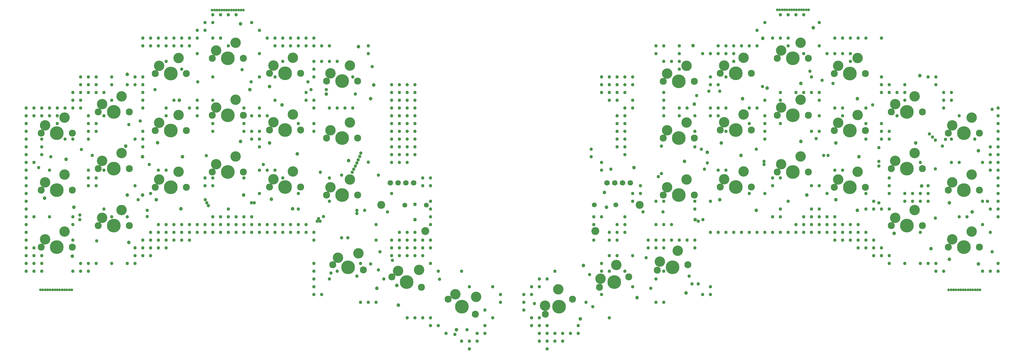
<source format=gts>
G04 #@! TF.GenerationSoftware,KiCad,Pcbnew,8.0.1*
G04 #@! TF.CreationDate,2024-05-18T22:20:22+02:00*
G04 #@! TF.ProjectId,cornia,636f726e-6961-42e6-9b69-6361645f7063,3.0.1*
G04 #@! TF.SameCoordinates,Original*
G04 #@! TF.FileFunction,Soldermask,Top*
G04 #@! TF.FilePolarity,Negative*
%FSLAX46Y46*%
G04 Gerber Fmt 4.6, Leading zero omitted, Abs format (unit mm)*
G04 Created by KiCad (PCBNEW 8.0.1) date 2024-05-18 22:20:22*
%MOMM*%
%LPD*%
G01*
G04 APERTURE LIST*
%ADD10C,1.600000*%
%ADD11C,1.800000*%
%ADD12C,2.600000*%
%ADD13C,0.900000*%
%ADD14C,2.300000*%
%ADD15C,3.400000*%
%ADD16C,4.500000*%
%ADD17C,1.100000*%
%ADD18C,1.200000*%
G04 APERTURE END LIST*
D10*
X176786500Y-117541500D03*
X169786500Y-117541500D03*
D11*
X165027500Y-110280000D03*
X167567500Y-110280000D03*
X170107500Y-110280000D03*
X172647500Y-110280000D03*
D10*
X231650500Y-117525000D03*
X238650500Y-117525000D03*
D11*
X235797500Y-110280000D03*
X238337500Y-110280000D03*
X240877500Y-110280000D03*
X243417500Y-110280000D03*
D12*
X162021500Y-117503500D03*
X176453500Y-126024500D03*
D13*
X56225395Y-145272895D03*
X57017062Y-145272895D03*
X57808728Y-145272895D03*
X58600395Y-145272895D03*
X59392062Y-145272895D03*
X60183728Y-145272895D03*
X60975395Y-145272895D03*
X112307500Y-53780000D03*
X113099167Y-53780000D03*
X113890833Y-53780000D03*
X114682500Y-53780000D03*
X115474167Y-53780000D03*
X116265833Y-53780000D03*
X117057500Y-53780000D03*
X291417062Y-53772895D03*
X292208729Y-53772895D03*
X293000395Y-53772895D03*
X293792062Y-53772895D03*
X294583729Y-53772895D03*
X295375395Y-53772895D03*
X296167062Y-53772895D03*
X347417062Y-145272895D03*
X348208729Y-145272895D03*
X349000395Y-145272895D03*
X349792062Y-145272895D03*
X350583729Y-145272895D03*
X351375395Y-145272895D03*
X352167062Y-145272895D03*
X352925395Y-145272895D03*
X353717062Y-145272895D03*
X354508728Y-145272895D03*
X355300395Y-145272895D03*
X356092062Y-145272895D03*
X356883728Y-145272895D03*
X357675395Y-145272895D03*
X296925395Y-53772895D03*
X297717062Y-53772895D03*
X298508728Y-53772895D03*
X299300395Y-53772895D03*
X300092062Y-53772895D03*
X300883728Y-53772895D03*
X301675395Y-53772895D03*
X106799167Y-53780000D03*
X107590834Y-53780000D03*
X108382500Y-53780000D03*
X109174167Y-53780000D03*
X109965834Y-53780000D03*
X110757500Y-53780000D03*
X111549167Y-53780000D03*
X50717062Y-145272895D03*
X51508729Y-145272895D03*
X52300395Y-145272895D03*
X53092062Y-145272895D03*
X53883729Y-145272895D03*
X54675395Y-145272895D03*
X55467062Y-145272895D03*
D14*
X79779500Y-87054500D03*
D15*
X77239500Y-81974500D03*
D16*
X74699500Y-87054500D03*
D15*
X70889500Y-84514500D03*
D14*
X69619500Y-87054500D03*
X98419500Y-74554500D03*
D15*
X95879500Y-69474500D03*
D16*
X93339500Y-74554500D03*
D15*
X89529500Y-72014500D03*
D14*
X88259500Y-74554500D03*
X117059500Y-69554500D03*
D15*
X114519500Y-64474500D03*
D16*
X111979500Y-69554500D03*
D15*
X108169500Y-67014500D03*
D14*
X106899500Y-69554500D03*
X135699500Y-74454500D03*
D15*
X133159500Y-69374500D03*
D16*
X130619500Y-74454500D03*
D15*
X126809500Y-71914500D03*
D14*
X125539500Y-74454500D03*
X61139500Y-112654500D03*
D15*
X58599500Y-107574500D03*
D16*
X56059500Y-112654500D03*
D15*
X52249500Y-110114500D03*
D14*
X50979500Y-112654500D03*
X79779500Y-105654500D03*
D15*
X77239500Y-100574500D03*
D16*
X74699500Y-105654500D03*
D15*
X70889500Y-103114500D03*
D14*
X69619500Y-105654500D03*
X98419500Y-93154500D03*
D15*
X95879500Y-88074500D03*
D16*
X93339500Y-93154500D03*
D15*
X89529500Y-90614500D03*
D14*
X88259500Y-93154500D03*
X117059500Y-88154500D03*
D15*
X114519500Y-83074500D03*
D16*
X111979500Y-88154500D03*
D15*
X108169500Y-85614500D03*
D14*
X106899500Y-88154500D03*
X135699500Y-93054500D03*
D15*
X133159500Y-87974500D03*
D16*
X130619500Y-93054500D03*
D15*
X126809500Y-90514500D03*
D14*
X125539500Y-93054500D03*
X154339500Y-95654500D03*
D15*
X151799500Y-90574500D03*
D16*
X149259500Y-95654500D03*
D15*
X145449500Y-93114500D03*
D14*
X144179500Y-95654500D03*
X61139500Y-131254500D03*
D15*
X58599500Y-126174500D03*
D16*
X56059500Y-131254500D03*
D15*
X52249500Y-128714500D03*
D14*
X50979500Y-131254500D03*
X79779500Y-124254500D03*
D15*
X77239500Y-119174500D03*
D16*
X74699500Y-124254500D03*
D15*
X70889500Y-121714500D03*
D14*
X69619500Y-124254500D03*
X98419500Y-111754500D03*
D15*
X95879500Y-106674500D03*
D16*
X93339500Y-111754500D03*
D15*
X89529500Y-109214500D03*
D14*
X88259500Y-111754500D03*
X117059500Y-106754500D03*
D15*
X114519500Y-101674500D03*
D16*
X111979500Y-106754500D03*
D15*
X108169500Y-104214500D03*
D14*
X106899500Y-106754500D03*
X135699500Y-111654500D03*
D15*
X133159500Y-106574500D03*
D16*
X130619500Y-111654500D03*
D15*
X126809500Y-109114500D03*
D14*
X125539500Y-111654500D03*
X154339500Y-114254500D03*
D15*
X151799500Y-109174500D03*
D16*
X149259500Y-114254500D03*
D15*
X145449500Y-111714500D03*
D14*
X144179500Y-114254500D03*
X156235298Y-138781285D03*
D15*
X154599874Y-133342224D03*
D16*
X151229879Y-137914000D03*
D15*
X147909458Y-134760827D03*
D14*
X146224460Y-137046715D03*
X175143508Y-144405523D03*
D15*
X174428217Y-138771133D03*
D16*
X170349879Y-142724000D03*
D15*
X167595419Y-139066043D03*
D14*
X165556250Y-141042477D03*
X192809856Y-153223639D03*
D15*
X193034317Y-147548464D03*
D16*
X188359500Y-150774000D03*
D15*
X186246553Y-146711593D03*
D14*
X183909144Y-148324361D03*
X224577356Y-148325611D03*
D15*
X219902539Y-145100074D03*
D16*
X220127000Y-150775250D03*
D15*
X215564413Y-150387301D03*
D14*
X215676644Y-153224889D03*
X301587500Y-106755000D03*
D15*
X299047500Y-101675000D03*
D16*
X296507500Y-106755000D03*
D15*
X292697500Y-104215000D03*
D14*
X291427500Y-106755000D03*
X282947500Y-111655000D03*
D15*
X280407500Y-106575000D03*
D16*
X277867500Y-111655000D03*
D15*
X274057500Y-109115000D03*
D14*
X272787500Y-111655000D03*
X264307500Y-114255000D03*
D15*
X261767500Y-109175000D03*
D16*
X259227500Y-114255000D03*
D15*
X255417500Y-111715000D03*
D14*
X254147500Y-114255000D03*
X262262316Y-137046770D03*
D15*
X258892321Y-132474994D03*
D16*
X257256897Y-137914055D03*
D15*
X253069190Y-136061810D03*
D14*
X252251478Y-138781340D03*
X242930519Y-141043389D03*
D15*
X238852181Y-137090521D03*
D16*
X238136890Y-142724912D03*
D15*
X233700907Y-141589240D03*
D14*
X233343261Y-144406435D03*
X301587500Y-69555000D03*
D15*
X299047500Y-64475000D03*
D16*
X296507500Y-69555000D03*
D15*
X292697500Y-67015000D03*
D14*
X291427500Y-69555000D03*
X282947500Y-74455000D03*
D15*
X280407500Y-69375000D03*
D16*
X277867500Y-74455000D03*
D15*
X274057500Y-71915000D03*
D14*
X272787500Y-74455000D03*
X357507500Y-112655000D03*
D15*
X354967500Y-107575000D03*
D16*
X352427500Y-112655000D03*
D15*
X348617500Y-110115000D03*
D14*
X347347500Y-112655000D03*
X320227500Y-74555000D03*
D15*
X317687500Y-69475000D03*
D16*
X315147500Y-74555000D03*
D15*
X311337500Y-72015000D03*
D14*
X310067500Y-74555000D03*
X338867500Y-105655000D03*
D15*
X336327500Y-100575000D03*
D16*
X333787500Y-105655000D03*
D15*
X329977500Y-103115000D03*
D14*
X328707500Y-105655000D03*
X338867500Y-124255000D03*
D15*
X336327500Y-119175000D03*
D16*
X333787500Y-124255000D03*
D15*
X329977500Y-121715000D03*
D14*
X328707500Y-124255000D03*
X320227500Y-111755000D03*
D15*
X317687500Y-106675000D03*
D16*
X315147500Y-111755000D03*
D15*
X311337500Y-109215000D03*
D14*
X310067500Y-111755000D03*
X357507500Y-94055000D03*
D15*
X354967500Y-88975000D03*
D16*
X352427500Y-94055000D03*
D15*
X348617500Y-91515000D03*
D14*
X347347500Y-94055000D03*
X338867500Y-87055000D03*
D15*
X336327500Y-81975000D03*
D16*
X333787500Y-87055000D03*
D15*
X329977500Y-84515000D03*
D14*
X328707500Y-87055000D03*
X320227500Y-93155000D03*
D15*
X317687500Y-88075000D03*
D16*
X315147500Y-93155000D03*
D15*
X311337500Y-90615000D03*
D14*
X310067500Y-93155000D03*
X301587500Y-88155000D03*
D15*
X299047500Y-83075000D03*
D16*
X296507500Y-88155000D03*
D15*
X292697500Y-85615000D03*
D14*
X291427500Y-88155000D03*
X282947500Y-93055000D03*
D15*
X280407500Y-87975000D03*
D16*
X277867500Y-93055000D03*
D15*
X274057500Y-90515000D03*
D14*
X272787500Y-93055000D03*
X264307500Y-95655000D03*
D15*
X261767500Y-90575000D03*
D16*
X259227500Y-95655000D03*
D15*
X255417500Y-93115000D03*
D14*
X254147500Y-95655000D03*
X357507500Y-131255000D03*
D15*
X354967500Y-126175000D03*
D16*
X352427500Y-131255000D03*
D15*
X348617500Y-128715000D03*
D14*
X347347500Y-131255000D03*
X61139500Y-94054500D03*
D15*
X58599500Y-88974500D03*
D16*
X56059500Y-94054500D03*
D15*
X52249500Y-91514500D03*
D14*
X50979500Y-94054500D03*
D12*
X232031500Y-126040000D03*
X246463500Y-117519000D03*
D14*
X154339500Y-77054500D03*
D15*
X151799500Y-71974500D03*
D16*
X149259500Y-77054500D03*
D15*
X145449500Y-74514500D03*
D14*
X144179500Y-77054500D03*
X264300500Y-77060000D03*
D15*
X261760500Y-71980000D03*
D16*
X259220500Y-77060000D03*
D15*
X255410500Y-74520000D03*
D14*
X254140500Y-77060000D03*
D17*
X363530860Y-139120000D03*
X363530860Y-136580000D03*
X363530860Y-121340000D03*
X363530860Y-118800000D03*
X363530860Y-116260000D03*
X363530860Y-113720000D03*
X363530860Y-111180000D03*
X363530860Y-108640000D03*
X363530860Y-106100000D03*
X363530860Y-103560000D03*
X363530860Y-101020000D03*
X363530860Y-98480000D03*
X363530860Y-95940000D03*
X363530860Y-93400000D03*
X363530860Y-90860000D03*
X363530860Y-88320000D03*
X363530860Y-85780000D03*
X360990860Y-139120000D03*
X360990860Y-126420000D03*
X360990860Y-118800000D03*
X360990860Y-106100000D03*
X360990860Y-103560000D03*
X360990860Y-101020000D03*
X360990860Y-98480000D03*
X358450860Y-139120000D03*
X358450860Y-123880000D03*
X358450860Y-116260000D03*
X358450860Y-103560000D03*
X355910860Y-95940000D03*
X353370860Y-121340000D03*
X350830860Y-121340000D03*
X350830860Y-103560000D03*
X350830860Y-88320000D03*
X348290860Y-103560000D03*
X348290860Y-95940000D03*
X348290860Y-83240000D03*
X348290860Y-80700000D03*
X345750860Y-139120000D03*
X345750860Y-85780000D03*
X345750860Y-83240000D03*
X345750860Y-80700000D03*
X343210860Y-139120000D03*
X343210860Y-136580000D03*
X343210860Y-78160000D03*
X343210860Y-75620000D03*
X340670860Y-136580000D03*
X340670860Y-116260000D03*
X340670860Y-113720000D03*
X340670860Y-111180000D03*
X340670860Y-75620000D03*
X338130860Y-136580000D03*
X338130860Y-126420000D03*
X338130860Y-116260000D03*
X338130860Y-113720000D03*
X338130860Y-103560000D03*
X335590860Y-116260000D03*
X335590860Y-113720000D03*
X333050860Y-136580000D03*
X333050860Y-116260000D03*
X333050860Y-113720000D03*
X333050860Y-83240000D03*
X333050860Y-80700000D03*
X333050860Y-78160000D03*
X330510860Y-88320000D03*
X330510860Y-80700000D03*
X327970860Y-136580000D03*
X327970860Y-134040000D03*
X327970860Y-118800000D03*
X327970860Y-113720000D03*
X327970860Y-111180000D03*
X327970860Y-108640000D03*
X327970860Y-95940000D03*
X327970860Y-93400000D03*
X327970860Y-80700000D03*
X327970860Y-78160000D03*
X325430860Y-134040000D03*
X325430860Y-131500000D03*
X325430860Y-118800000D03*
X325430860Y-95940000D03*
X325430860Y-93400000D03*
X325430860Y-90860000D03*
X325430860Y-80700000D03*
X325430860Y-78160000D03*
X325430860Y-75620000D03*
X325430860Y-62920000D03*
X322890860Y-134040000D03*
X322890860Y-131500000D03*
X322890860Y-128960000D03*
X322890860Y-118800000D03*
X322890860Y-116260000D03*
X320350860Y-131500000D03*
X320350860Y-128960000D03*
X320350860Y-126420000D03*
X320350860Y-118800000D03*
X320350860Y-113720000D03*
X320350860Y-95940000D03*
X320350860Y-90860000D03*
X320350860Y-85780000D03*
X320350860Y-62920000D03*
X317810860Y-131500000D03*
X317810860Y-128960000D03*
X317810860Y-126420000D03*
X317810860Y-123880000D03*
X317810860Y-62920000D03*
X315270860Y-128960000D03*
X315270860Y-126420000D03*
X315270860Y-123880000D03*
X315270860Y-70540000D03*
X315270860Y-68000000D03*
X315270860Y-62920000D03*
X312730860Y-128960000D03*
X312730860Y-126420000D03*
X312730860Y-123880000D03*
X312730860Y-106100000D03*
X312730860Y-88320000D03*
X312730860Y-85780000D03*
X312730860Y-68000000D03*
X312730860Y-62920000D03*
X310190860Y-128960000D03*
X310190860Y-126420000D03*
X310190860Y-123880000D03*
X310190860Y-121340000D03*
X310190860Y-106100000D03*
X310190860Y-85780000D03*
X310190860Y-68000000D03*
X310190860Y-62920000D03*
X307650860Y-126420000D03*
X307650860Y-123880000D03*
X307650860Y-121340000D03*
X307650860Y-113720000D03*
X307650860Y-68000000D03*
X305110860Y-126420000D03*
X305110860Y-123880000D03*
X305110860Y-121340000D03*
X305110860Y-118800000D03*
X305110860Y-111180000D03*
X305110860Y-93400000D03*
X305110860Y-88320000D03*
X305110860Y-83240000D03*
X305110860Y-80700000D03*
X305110860Y-65460000D03*
X305110860Y-57840000D03*
X302570860Y-126420000D03*
X302570860Y-123880000D03*
X302570860Y-121340000D03*
X302570860Y-118800000D03*
X302570860Y-111180000D03*
X302570860Y-93400000D03*
X302570860Y-80700000D03*
X302570860Y-75620000D03*
X300030860Y-126420000D03*
X300030860Y-123880000D03*
X300030860Y-121340000D03*
X300030860Y-80700000D03*
X300030860Y-68000000D03*
X300030860Y-55300000D03*
X297490860Y-126420000D03*
X297490860Y-123880000D03*
X297490860Y-80700000D03*
X297490860Y-55300000D03*
X294950860Y-126420000D03*
X294950860Y-116260000D03*
X294950860Y-65460000D03*
X294950860Y-62920000D03*
X294950860Y-55300000D03*
X292410860Y-126420000D03*
X292410860Y-121340000D03*
X292410860Y-118800000D03*
X292410860Y-108640000D03*
X292410860Y-90860000D03*
X292410860Y-83240000D03*
X292410860Y-80700000D03*
X292410860Y-62920000D03*
X292410860Y-55300000D03*
X289870860Y-126420000D03*
X289870860Y-121340000D03*
X289870860Y-111180000D03*
X289870860Y-108640000D03*
X289870860Y-62920000D03*
X287330860Y-126420000D03*
X287330860Y-113720000D03*
X287330860Y-95940000D03*
X287330860Y-93400000D03*
X287330860Y-90860000D03*
X287330860Y-88320000D03*
X287330860Y-83240000D03*
X287330860Y-57840000D03*
X284790860Y-126420000D03*
X284790860Y-85780000D03*
X284790860Y-65460000D03*
X284790860Y-60380000D03*
X282250860Y-126420000D03*
X282250860Y-113720000D03*
X282250860Y-90860000D03*
X282250860Y-85780000D03*
X282250860Y-65460000D03*
X279710860Y-126420000D03*
X279710860Y-65460000D03*
X277170860Y-126420000D03*
X277170860Y-70540000D03*
X277170860Y-68000000D03*
X277170860Y-65460000D03*
X274630860Y-126420000D03*
X274630860Y-106100000D03*
X274630860Y-93400000D03*
X274630860Y-85780000D03*
X274630860Y-75620000D03*
X274630860Y-68000000D03*
X274630860Y-65460000D03*
X272090860Y-126420000D03*
X272090860Y-106100000D03*
X272090860Y-88320000D03*
X272090860Y-85780000D03*
X272090860Y-78160000D03*
X272090860Y-68000000D03*
X272090860Y-65460000D03*
X269550860Y-146740000D03*
X269550860Y-144200000D03*
X269550860Y-126420000D03*
X269550860Y-116260000D03*
X269550860Y-88320000D03*
X269550860Y-85780000D03*
X269550860Y-78160000D03*
X269550860Y-75620000D03*
X269550860Y-68000000D03*
X267010860Y-146740000D03*
X267010860Y-68000000D03*
X264470860Y-131500000D03*
X264470860Y-128960000D03*
X264470860Y-118800000D03*
X264470860Y-116260000D03*
X264470860Y-98480000D03*
X264470860Y-93400000D03*
X264470860Y-88320000D03*
X261930860Y-128960000D03*
X261930860Y-85780000D03*
X259390860Y-128960000D03*
X259390860Y-88320000D03*
X259390860Y-85780000D03*
X259390860Y-73080000D03*
X259390860Y-70540000D03*
X259390860Y-68000000D03*
X259390860Y-65460000D03*
X256850860Y-128960000D03*
X256850860Y-123880000D03*
X256850860Y-70540000D03*
X254310860Y-149280000D03*
X254310860Y-139120000D03*
X254310860Y-131500000D03*
X254310860Y-128960000D03*
X254310860Y-123880000D03*
X254310860Y-116260000D03*
X254310860Y-88320000D03*
X254310860Y-85780000D03*
X254310860Y-83240000D03*
X254310860Y-80700000D03*
X254310860Y-70540000D03*
X254310860Y-65460000D03*
X251770860Y-149280000D03*
X251770860Y-141660000D03*
X251770860Y-131500000D03*
X251770860Y-128960000D03*
X251770860Y-123880000D03*
X251770860Y-116260000D03*
X251770860Y-68000000D03*
X251770860Y-65460000D03*
X249230860Y-131500000D03*
X249230860Y-128960000D03*
X246690860Y-113720000D03*
X246690860Y-111180000D03*
X244150860Y-144200000D03*
X244150860Y-134040000D03*
X244150860Y-116260000D03*
X244150860Y-113720000D03*
X244150860Y-85780000D03*
X244150860Y-83240000D03*
X244150860Y-78160000D03*
X244150860Y-75620000D03*
X241610860Y-139120000D03*
X241610860Y-126420000D03*
X241610860Y-123880000D03*
X241610860Y-121340000D03*
X241610860Y-101020000D03*
X241610860Y-98480000D03*
X241610860Y-95940000D03*
X241610860Y-93400000D03*
X241610860Y-90860000D03*
X241610860Y-88320000D03*
X241610860Y-85780000D03*
X241610860Y-80700000D03*
X241610860Y-78160000D03*
X241610860Y-75620000D03*
X239070860Y-134040000D03*
X239070860Y-128960000D03*
X239070860Y-126420000D03*
X239070860Y-123880000D03*
X239070860Y-98480000D03*
X239070860Y-95940000D03*
X239070860Y-93400000D03*
X239070860Y-90860000D03*
X239070860Y-88320000D03*
X239070860Y-83240000D03*
X239070860Y-80700000D03*
X239070860Y-78160000D03*
X239070860Y-75620000D03*
X236530860Y-154360000D03*
X236530860Y-139120000D03*
X236530860Y-134040000D03*
X236530860Y-128960000D03*
X236530860Y-126420000D03*
X236530860Y-83240000D03*
X236530860Y-80700000D03*
X236530860Y-78160000D03*
X236530860Y-75620000D03*
X233990860Y-146740000D03*
X233990860Y-139120000D03*
X233990860Y-136580000D03*
X233990860Y-121340000D03*
X233990860Y-106100000D03*
X233990860Y-103560000D03*
X233990860Y-80700000D03*
X233990860Y-78160000D03*
X233990860Y-75620000D03*
X231450860Y-128960000D03*
X231450860Y-123880000D03*
X231450860Y-121340000D03*
X228910860Y-149280000D03*
X226370860Y-159440000D03*
X226370860Y-156900000D03*
X223830860Y-159440000D03*
X221290860Y-161980000D03*
X221290860Y-159440000D03*
X218750860Y-161980000D03*
X218750860Y-159440000D03*
X218750860Y-139120000D03*
X216210860Y-164520000D03*
X216210860Y-161980000D03*
X216210860Y-159440000D03*
X216210860Y-156900000D03*
X216210860Y-141660000D03*
X213670860Y-161980000D03*
X213670860Y-159440000D03*
X213670860Y-156900000D03*
X213670860Y-154360000D03*
X213670860Y-144200000D03*
X213670860Y-141660000D03*
X211130860Y-156900000D03*
X211130860Y-154360000D03*
X211130860Y-146740000D03*
X211130860Y-144200000D03*
X208590860Y-151820000D03*
X208590860Y-149280000D03*
X208590860Y-146740000D03*
X200970860Y-149280000D03*
X200970860Y-146740000D03*
X198430860Y-154360000D03*
X198430860Y-144200000D03*
X195890860Y-159440000D03*
X195890860Y-156900000D03*
X195890860Y-151820000D03*
X193350860Y-161980000D03*
X193350860Y-159440000D03*
X190810860Y-164520000D03*
X190810860Y-161980000D03*
X190810860Y-144200000D03*
X188270860Y-161980000D03*
X188270860Y-139120000D03*
X183190860Y-159440000D03*
X180650860Y-156900000D03*
X180650860Y-139120000D03*
X178110860Y-156900000D03*
X178110860Y-154360000D03*
X178110860Y-136580000D03*
X178110860Y-131500000D03*
X178110860Y-128960000D03*
X178110860Y-123880000D03*
X178110860Y-121340000D03*
X178110860Y-118800000D03*
X178110860Y-116260000D03*
X178110860Y-111180000D03*
X178110860Y-108640000D03*
X175570860Y-154360000D03*
X175570860Y-134040000D03*
X175570860Y-131500000D03*
X175570860Y-128960000D03*
X175570860Y-111180000D03*
X175570860Y-108640000D03*
X173030860Y-154360000D03*
X173030860Y-134040000D03*
X173030860Y-131500000D03*
X173030860Y-128960000D03*
X173030860Y-126420000D03*
X173030860Y-101020000D03*
X173030860Y-98480000D03*
X173030860Y-95940000D03*
X173030860Y-93400000D03*
X173030860Y-90860000D03*
X173030860Y-88320000D03*
X173030860Y-85780000D03*
X173030860Y-83240000D03*
X173030860Y-80700000D03*
X173030860Y-78160000D03*
X170490860Y-154360000D03*
X170490860Y-134040000D03*
X170490860Y-131500000D03*
X170490860Y-128960000D03*
X170490860Y-126420000D03*
X170490860Y-103560000D03*
X170490860Y-101020000D03*
X170490860Y-98480000D03*
X170490860Y-95940000D03*
X170490860Y-93400000D03*
X170490860Y-90860000D03*
X170490860Y-88320000D03*
X170490860Y-85780000D03*
X170490860Y-83240000D03*
X170490860Y-80700000D03*
X170490860Y-78160000D03*
X167950860Y-134040000D03*
X167950860Y-131500000D03*
X167950860Y-128960000D03*
X167950860Y-126420000D03*
X167950860Y-103560000D03*
X167950860Y-101020000D03*
X167950860Y-98480000D03*
X167950860Y-95940000D03*
X167950860Y-93400000D03*
X167950860Y-90860000D03*
X167950860Y-88320000D03*
X167950860Y-85780000D03*
X167950860Y-83240000D03*
X167950860Y-80700000D03*
X167950860Y-78160000D03*
X165410860Y-134040000D03*
X165410860Y-131500000D03*
X165410860Y-128960000D03*
X165410860Y-113720000D03*
X165410860Y-103560000D03*
X165410860Y-101020000D03*
X165410860Y-98480000D03*
X165410860Y-95940000D03*
X165410860Y-93400000D03*
X165410860Y-90860000D03*
X165410860Y-88320000D03*
X165410860Y-85780000D03*
X165410860Y-83240000D03*
X165410860Y-80700000D03*
X165410860Y-78160000D03*
X162870860Y-141660000D03*
X160330860Y-149280000D03*
X160330860Y-128960000D03*
X160330860Y-123880000D03*
X157790860Y-149280000D03*
X157790860Y-68000000D03*
X157790860Y-65460000D03*
X155250860Y-149280000D03*
X155250860Y-136580000D03*
X152710860Y-85780000D03*
X152710860Y-75620000D03*
X150170860Y-85780000D03*
X147630860Y-139120000D03*
X147630860Y-85780000D03*
X147630860Y-70540000D03*
X145090860Y-141660000D03*
X145090860Y-116260000D03*
X145090860Y-108640000D03*
X145090860Y-85780000D03*
X145090860Y-70540000D03*
X145090860Y-65460000D03*
X142550860Y-146740000D03*
X142550860Y-70540000D03*
X142550860Y-65460000D03*
X140010860Y-146740000D03*
X140010860Y-144200000D03*
X140010860Y-141660000D03*
X140010860Y-139120000D03*
X140010860Y-136580000D03*
X140010860Y-128960000D03*
X140010860Y-126420000D03*
X140010860Y-93400000D03*
X140010860Y-90860000D03*
X140010860Y-85780000D03*
X140010860Y-83240000D03*
X140010860Y-75620000D03*
X140010860Y-73080000D03*
X140010860Y-70540000D03*
X140010860Y-65460000D03*
X140010860Y-62920000D03*
X137470860Y-126420000D03*
X137470860Y-123880000D03*
X137470860Y-83240000D03*
X137470860Y-80700000D03*
X137470860Y-65460000D03*
X137470860Y-62920000D03*
X134930860Y-126420000D03*
X134930860Y-123880000D03*
X134930860Y-118800000D03*
X134930860Y-113720000D03*
X134930860Y-90860000D03*
X134930860Y-65460000D03*
X134930860Y-62920000D03*
X132390860Y-126420000D03*
X132390860Y-123880000D03*
X132390860Y-65460000D03*
X132390860Y-62920000D03*
X129850860Y-126420000D03*
X129850860Y-123880000D03*
X129850860Y-108640000D03*
X129850860Y-70540000D03*
X129850860Y-65460000D03*
X129850860Y-62920000D03*
X127310860Y-126420000D03*
X127310860Y-123880000D03*
X127310860Y-106100000D03*
X127310860Y-83240000D03*
X127310860Y-75620000D03*
X127310860Y-65460000D03*
X127310860Y-62920000D03*
X124770860Y-126420000D03*
X124770860Y-123880000D03*
X124770860Y-106100000D03*
X124770860Y-88320000D03*
X124770860Y-62920000D03*
X122230860Y-126420000D03*
X122230860Y-123880000D03*
X122230860Y-113720000D03*
X122230860Y-106100000D03*
X122230860Y-98480000D03*
X122230860Y-95940000D03*
X122230860Y-93400000D03*
X122230860Y-88320000D03*
X122230860Y-85780000D03*
X122230860Y-75620000D03*
X122230860Y-68000000D03*
X122230860Y-60380000D03*
X119690860Y-126420000D03*
X119690860Y-123880000D03*
X119690860Y-121340000D03*
X119690860Y-95940000D03*
X119690860Y-93400000D03*
X119690860Y-88320000D03*
X119690860Y-57840000D03*
X117150860Y-126420000D03*
X117150860Y-123880000D03*
X117150860Y-121340000D03*
X117150860Y-108640000D03*
X117150860Y-93400000D03*
X117150860Y-90860000D03*
X117150860Y-85780000D03*
X114610860Y-126420000D03*
X114610860Y-123880000D03*
X114610860Y-121340000D03*
X114610860Y-55300000D03*
X112070860Y-126420000D03*
X112070860Y-123880000D03*
X112070860Y-121340000D03*
X112070860Y-118800000D03*
X112070860Y-65460000D03*
X112070860Y-55300000D03*
X109530860Y-126420000D03*
X109530860Y-123880000D03*
X109530860Y-121340000D03*
X109530860Y-62920000D03*
X109530860Y-55300000D03*
X106990860Y-126420000D03*
X106990860Y-123880000D03*
X106990860Y-121340000D03*
X106990860Y-111180000D03*
X106990860Y-108640000D03*
X106990860Y-93400000D03*
X106990860Y-90860000D03*
X106990860Y-83240000D03*
X106990860Y-75620000D03*
X106990860Y-62920000D03*
X106990860Y-57840000D03*
X106990860Y-55300000D03*
X104450860Y-126420000D03*
X104450860Y-123880000D03*
X104450860Y-111180000D03*
X104450860Y-108640000D03*
X104450860Y-60380000D03*
X104450860Y-57840000D03*
X101910860Y-126420000D03*
X101910860Y-123880000D03*
X101910860Y-88320000D03*
X101910860Y-85780000D03*
X101910860Y-83240000D03*
X101910860Y-68000000D03*
X101910860Y-62920000D03*
X101910860Y-60380000D03*
X99370860Y-128960000D03*
X99370860Y-126420000D03*
X99370860Y-123880000D03*
X99370860Y-85780000D03*
X99370860Y-65460000D03*
X99370860Y-62920000D03*
X96830860Y-128960000D03*
X96830860Y-126420000D03*
X96830860Y-123880000D03*
X96830860Y-73080000D03*
X96830860Y-65460000D03*
X96830860Y-62920000D03*
X94290860Y-128960000D03*
X94290860Y-126420000D03*
X94290860Y-123880000D03*
X94290860Y-83240000D03*
X94290860Y-65460000D03*
X94290860Y-62920000D03*
X91750860Y-131500000D03*
X91750860Y-128960000D03*
X91750860Y-126420000D03*
X91750860Y-123880000D03*
X91750860Y-106100000D03*
X91750860Y-88320000D03*
X91750860Y-85780000D03*
X91750860Y-70540000D03*
X91750860Y-65460000D03*
X91750860Y-62920000D03*
X89210860Y-131500000D03*
X89210860Y-128960000D03*
X89210860Y-126420000D03*
X89210860Y-123880000D03*
X89210860Y-106100000D03*
X89210860Y-65460000D03*
X89210860Y-62920000D03*
X86670860Y-134040000D03*
X86670860Y-131500000D03*
X86670860Y-128960000D03*
X86670860Y-126420000D03*
X86670860Y-113720000D03*
X86670860Y-65460000D03*
X86670860Y-62920000D03*
X84130860Y-134040000D03*
X84130860Y-131500000D03*
X84130860Y-128960000D03*
X84130860Y-98480000D03*
X84130860Y-95940000D03*
X84130860Y-93400000D03*
X84130860Y-85780000D03*
X84130860Y-83240000D03*
X84130860Y-80700000D03*
X84130860Y-78160000D03*
X84130860Y-75620000D03*
X84130860Y-65460000D03*
X84130860Y-62920000D03*
X81590860Y-136580000D03*
X81590860Y-134040000D03*
X81590860Y-131500000D03*
X81590860Y-111180000D03*
X81590860Y-95940000D03*
X81590860Y-78160000D03*
X81590860Y-75620000D03*
X79050860Y-136580000D03*
X79050860Y-121340000D03*
X79050860Y-78160000D03*
X73970860Y-136580000D03*
X73970860Y-121340000D03*
X73970860Y-83240000D03*
X73970860Y-78160000D03*
X73970860Y-75620000D03*
X71430860Y-118800000D03*
X71430860Y-106100000D03*
X71430860Y-88320000D03*
X71430860Y-80700000D03*
X68890860Y-136580000D03*
X68890860Y-111180000D03*
X68890860Y-108640000D03*
X68890860Y-93400000D03*
X68890860Y-90860000D03*
X68890860Y-80700000D03*
X68890860Y-78160000D03*
X68890860Y-75620000D03*
X66350860Y-139120000D03*
X66350860Y-136580000D03*
X66350860Y-111180000D03*
X66350860Y-108640000D03*
X66350860Y-106100000D03*
X66350860Y-95940000D03*
X66350860Y-93400000D03*
X66350860Y-90860000D03*
X66350860Y-88320000D03*
X66350860Y-80700000D03*
X66350860Y-78160000D03*
X66350860Y-75620000D03*
X63810860Y-139120000D03*
X63810860Y-136580000D03*
X63810860Y-85780000D03*
X63810860Y-83240000D03*
X63810860Y-80700000D03*
X63810860Y-78160000D03*
X63810860Y-75620000D03*
X61270860Y-139120000D03*
X61270860Y-128960000D03*
X61270860Y-123880000D03*
X61270860Y-121340000D03*
X61270860Y-95940000D03*
X61270860Y-85780000D03*
X61270860Y-83240000D03*
X61270860Y-80700000D03*
X58730860Y-95940000D03*
X58730860Y-85780000D03*
X56190860Y-90860000D03*
X56190860Y-88320000D03*
X56190860Y-85780000D03*
X53650860Y-121340000D03*
X53650860Y-106100000D03*
X53650860Y-88320000D03*
X53650860Y-85780000D03*
X51110860Y-139120000D03*
X51110860Y-136580000D03*
X51110860Y-134040000D03*
X51110860Y-101020000D03*
X51110860Y-98480000D03*
X51110860Y-95940000D03*
X51110860Y-88320000D03*
X51110860Y-85780000D03*
X48570860Y-139120000D03*
X48570860Y-136580000D03*
X48570860Y-134040000D03*
X48570860Y-131500000D03*
X48570860Y-121340000D03*
X48570860Y-103560000D03*
X48570860Y-88320000D03*
X48570860Y-85780000D03*
X46030860Y-139120000D03*
X46030860Y-136580000D03*
X46030860Y-134040000D03*
X46030860Y-131500000D03*
X46030860Y-128960000D03*
X46030860Y-126420000D03*
X46030860Y-123880000D03*
X46030860Y-121340000D03*
X46030860Y-118800000D03*
X46030860Y-116260000D03*
X46030860Y-113720000D03*
X46030860Y-111180000D03*
X46030860Y-108640000D03*
X46030860Y-106100000D03*
X46030860Y-103560000D03*
X46030860Y-101020000D03*
X46030860Y-98480000D03*
X46030860Y-95940000D03*
X46030860Y-93400000D03*
X46030860Y-90860000D03*
X46030860Y-88320000D03*
X46030860Y-85780000D03*
X64107500Y-99343500D03*
X144107500Y-79780000D03*
X138107500Y-77280000D03*
X102107500Y-77280000D03*
X83357500Y-90030000D03*
X119579500Y-77280000D03*
X120607500Y-116780000D03*
X82607500Y-115780000D03*
X157857500Y-103530000D03*
X143207606Y-121280000D03*
X155386868Y-100559368D03*
X154107500Y-119280000D03*
X104607500Y-115780000D03*
X63607500Y-120780000D03*
X154107500Y-120280000D03*
X85607500Y-119280000D03*
X119607500Y-116780000D03*
X63607500Y-122280000D03*
X105107500Y-116780000D03*
X141607500Y-121966500D03*
X151107500Y-128280000D03*
X156607500Y-119280000D03*
X158607500Y-136780000D03*
X145607500Y-139780000D03*
D18*
X88607500Y-115780000D03*
X89032000Y-97204500D03*
X125607500Y-97280000D03*
X159607500Y-78280000D03*
X125607500Y-78780000D03*
X126149914Y-115640000D03*
X173107500Y-117280000D03*
X52107500Y-115280000D03*
X167107500Y-143780000D03*
X144107500Y-81280000D03*
X173107500Y-122280000D03*
X116107500Y-58280000D03*
X158607500Y-82780000D03*
X151357500Y-103030000D03*
X96107500Y-83280000D03*
X61107500Y-134280000D03*
X133107500Y-118780000D03*
X129607500Y-84780000D03*
X117107500Y-114280000D03*
X154607500Y-65780000D03*
X79107500Y-74780000D03*
X186607500Y-158280000D03*
X119107500Y-79780000D03*
X160607500Y-144780000D03*
X79607500Y-129780000D03*
X84107500Y-101780000D03*
X116107500Y-96780000D03*
X134607500Y-100780000D03*
X84107500Y-114280000D03*
X61607500Y-118280000D03*
X167607500Y-150280000D03*
X78607500Y-98280000D03*
X79107500Y-114280000D03*
X59107500Y-102553000D03*
X97107500Y-101780000D03*
X96607500Y-118780000D03*
D17*
X50107500Y-105280000D03*
X154995732Y-101652072D03*
X67614500Y-101280000D03*
X154558678Y-102731178D03*
X86254500Y-104280000D03*
X154107500Y-103780000D03*
X104944356Y-101407000D03*
X149107500Y-107780000D03*
X149107500Y-128280000D03*
X153607500Y-104780000D03*
X123534500Y-104280000D03*
X165734500Y-135603000D03*
X153107500Y-105780000D03*
X152607500Y-106780000D03*
X142174500Y-106780000D03*
X181107500Y-141780000D03*
X161107500Y-107780000D03*
X159107500Y-72280000D03*
X164107500Y-119780000D03*
X341107500Y-94280000D03*
X306107500Y-76780000D03*
X265107500Y-81780000D03*
X361607500Y-86280000D03*
X286607500Y-78780000D03*
X322607500Y-84780000D03*
X304107500Y-95780000D03*
X266607500Y-99280000D03*
X343107500Y-96280000D03*
X324607500Y-98780000D03*
X360107500Y-116280000D03*
X343107500Y-105710000D03*
X284607500Y-99280000D03*
X324607500Y-116780000D03*
X306607500Y-101280000D03*
X324607500Y-104780000D03*
X287107500Y-104280000D03*
X343107500Y-121780000D03*
X253607500Y-98280000D03*
X253607500Y-107280000D03*
X267607500Y-105780000D03*
X361607500Y-132780000D03*
X265607500Y-143280000D03*
X231107500Y-150780000D03*
X250107500Y-144780000D03*
X237107500Y-105780000D03*
X345342500Y-98280000D03*
X324607500Y-103280000D03*
X308062500Y-101280000D03*
X230607500Y-101780000D03*
X287107500Y-103280000D03*
X248607500Y-134780000D03*
X230607500Y-99280000D03*
X268607500Y-103780000D03*
X230107500Y-140280000D03*
X212107500Y-149780000D03*
X252607500Y-108280000D03*
D18*
X299107500Y-96780000D03*
X317607500Y-82780000D03*
X303207500Y-59580000D03*
X318107500Y-101780000D03*
X227107500Y-154780000D03*
X261107500Y-103280000D03*
X284607500Y-119280000D03*
X261607500Y-146280000D03*
X288107500Y-79280000D03*
X264607500Y-122280000D03*
X286707500Y-63080000D03*
X338607500Y-111280000D03*
X280107500Y-82780000D03*
X338007500Y-75280000D03*
X299107500Y-77780000D03*
X263907500Y-65380000D03*
X228107500Y-137280000D03*
X317607500Y-119280000D03*
X336607500Y-97280000D03*
X279607500Y-101280000D03*
X301107500Y-114280000D03*
X264357500Y-84530000D03*
X244607500Y-105280000D03*
X268607500Y-100280000D03*
X357107500Y-99780000D03*
X341607500Y-131780000D03*
X355107500Y-119780000D03*
X357107500Y-136780000D03*
X245607500Y-147780000D03*
X310607500Y-97280000D03*
X347607500Y-116780000D03*
X273107500Y-97280000D03*
X272607500Y-115780000D03*
X347607500Y-135280000D03*
X329607500Y-126780000D03*
X235607500Y-118280000D03*
X234938935Y-113448565D03*
X310607500Y-115780000D03*
D17*
X54107500Y-101780000D03*
X79607500Y-91280000D03*
X88107500Y-79780000D03*
X116607500Y-73280000D03*
X139107500Y-79780000D03*
X153607500Y-81280000D03*
X69107500Y-129280000D03*
X85607500Y-121280000D03*
X105607500Y-117780000D03*
X154107500Y-140780000D03*
X141107500Y-122780000D03*
X161107500Y-138780000D03*
X142107500Y-122780000D03*
X190107500Y-158280000D03*
X342107500Y-95280000D03*
X346357500Y-96030000D03*
X309607500Y-77780000D03*
X302107500Y-73780000D03*
X272607500Y-80280000D03*
X269107500Y-80280000D03*
X262607500Y-140780000D03*
X267107500Y-122280000D03*
X265607500Y-122780000D03*
X263607500Y-143280000D03*
X254107500Y-119780000D03*
X247607500Y-119780000D03*
X186107500Y-159780000D03*
X161607500Y-132780000D03*
M02*

</source>
